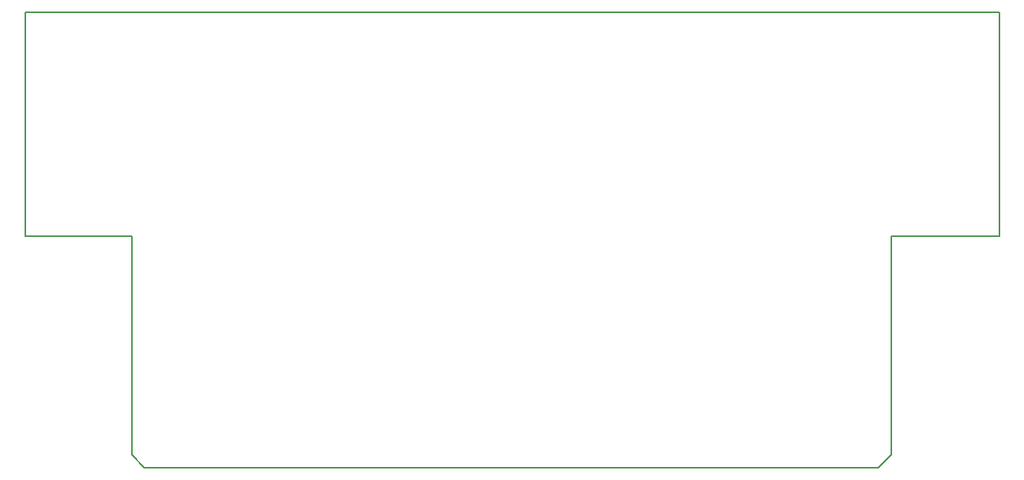
<source format=gm1>
G04 #@! TF.GenerationSoftware,KiCad,Pcbnew,9.0.5*
G04 #@! TF.CreationDate,2025-10-21T18:02:58+01:00*
G04 #@! TF.ProjectId,md-dumper-mega-tech-adapter,6d642d64-756d-4706-9572-2d6d6567612d,rev?*
G04 #@! TF.SameCoordinates,Original*
G04 #@! TF.FileFunction,Profile,NP*
%FSLAX46Y46*%
G04 Gerber Fmt 4.6, Leading zero omitted, Abs format (unit mm)*
G04 Created by KiCad (PCBNEW 9.0.5) date 2025-10-21 18:02:58*
%MOMM*%
%LPD*%
G01*
G04 APERTURE LIST*
G04 #@! TA.AperFunction,Profile*
%ADD10C,0.200000*%
G04 #@! TD*
G04 APERTURE END LIST*
D10*
X187960000Y-104750000D02*
X199890000Y-104750000D01*
X187960000Y-128905000D02*
X187960000Y-104750000D01*
X92390000Y-80000000D02*
X199890000Y-80000000D01*
X104140000Y-104750000D02*
X104140000Y-128905000D01*
X104140000Y-104750000D02*
X92390000Y-104750000D01*
X186566584Y-130298416D02*
X187960000Y-128905000D01*
X199890000Y-104750000D02*
X199890000Y-80000000D01*
X105537000Y-130302000D02*
X104140000Y-128905000D01*
X92390000Y-104750000D02*
X92390000Y-80000000D01*
X105537000Y-130302000D02*
X186565000Y-130302000D01*
M02*

</source>
